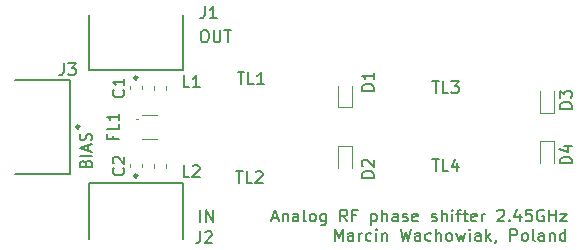
<source format=gbr>
%TF.GenerationSoftware,KiCad,Pcbnew,5.1.10-88a1d61d58~88~ubuntu18.04.1*%
%TF.CreationDate,2021-09-27T17:27:05+02:00*%
%TF.ProjectId,rf_phase_shifter_2_45GHz,72665f70-6861-4736-955f-736869667465,1.0.0*%
%TF.SameCoordinates,Original*%
%TF.FileFunction,Legend,Top*%
%TF.FilePolarity,Positive*%
%FSLAX46Y46*%
G04 Gerber Fmt 4.6, Leading zero omitted, Abs format (unit mm)*
G04 Created by KiCad (PCBNEW 5.1.10-88a1d61d58~88~ubuntu18.04.1) date 2021-09-27 17:27:05*
%MOMM*%
%LPD*%
G01*
G04 APERTURE LIST*
%ADD10C,0.150000*%
%ADD11C,0.120000*%
%ADD12C,0.100000*%
%ADD13C,0.250000*%
G04 APERTURE END LIST*
D10*
X95965261Y-66651666D02*
X96441452Y-66651666D01*
X95870023Y-66937380D02*
X96203357Y-65937380D01*
X96536690Y-66937380D01*
X96870023Y-66270714D02*
X96870023Y-66937380D01*
X96870023Y-66365952D02*
X96917642Y-66318333D01*
X97012880Y-66270714D01*
X97155738Y-66270714D01*
X97250976Y-66318333D01*
X97298595Y-66413571D01*
X97298595Y-66937380D01*
X98203357Y-66937380D02*
X98203357Y-66413571D01*
X98155738Y-66318333D01*
X98060499Y-66270714D01*
X97870023Y-66270714D01*
X97774785Y-66318333D01*
X98203357Y-66889761D02*
X98108119Y-66937380D01*
X97870023Y-66937380D01*
X97774785Y-66889761D01*
X97727166Y-66794523D01*
X97727166Y-66699285D01*
X97774785Y-66604047D01*
X97870023Y-66556428D01*
X98108119Y-66556428D01*
X98203357Y-66508809D01*
X98822404Y-66937380D02*
X98727166Y-66889761D01*
X98679547Y-66794523D01*
X98679547Y-65937380D01*
X99346214Y-66937380D02*
X99250976Y-66889761D01*
X99203357Y-66842142D01*
X99155738Y-66746904D01*
X99155738Y-66461190D01*
X99203357Y-66365952D01*
X99250976Y-66318333D01*
X99346214Y-66270714D01*
X99489071Y-66270714D01*
X99584309Y-66318333D01*
X99631928Y-66365952D01*
X99679547Y-66461190D01*
X99679547Y-66746904D01*
X99631928Y-66842142D01*
X99584309Y-66889761D01*
X99489071Y-66937380D01*
X99346214Y-66937380D01*
X100536690Y-66270714D02*
X100536690Y-67080238D01*
X100489071Y-67175476D01*
X100441452Y-67223095D01*
X100346214Y-67270714D01*
X100203357Y-67270714D01*
X100108119Y-67223095D01*
X100536690Y-66889761D02*
X100441452Y-66937380D01*
X100250976Y-66937380D01*
X100155738Y-66889761D01*
X100108119Y-66842142D01*
X100060499Y-66746904D01*
X100060499Y-66461190D01*
X100108119Y-66365952D01*
X100155738Y-66318333D01*
X100250976Y-66270714D01*
X100441452Y-66270714D01*
X100536690Y-66318333D01*
X102346214Y-66937380D02*
X102012880Y-66461190D01*
X101774785Y-66937380D02*
X101774785Y-65937380D01*
X102155738Y-65937380D01*
X102250976Y-65985000D01*
X102298595Y-66032619D01*
X102346214Y-66127857D01*
X102346214Y-66270714D01*
X102298595Y-66365952D01*
X102250976Y-66413571D01*
X102155738Y-66461190D01*
X101774785Y-66461190D01*
X103108119Y-66413571D02*
X102774785Y-66413571D01*
X102774785Y-66937380D02*
X102774785Y-65937380D01*
X103250976Y-65937380D01*
X104393833Y-66270714D02*
X104393833Y-67270714D01*
X104393833Y-66318333D02*
X104489071Y-66270714D01*
X104679547Y-66270714D01*
X104774785Y-66318333D01*
X104822404Y-66365952D01*
X104870023Y-66461190D01*
X104870023Y-66746904D01*
X104822404Y-66842142D01*
X104774785Y-66889761D01*
X104679547Y-66937380D01*
X104489071Y-66937380D01*
X104393833Y-66889761D01*
X105298595Y-66937380D02*
X105298595Y-65937380D01*
X105727166Y-66937380D02*
X105727166Y-66413571D01*
X105679547Y-66318333D01*
X105584309Y-66270714D01*
X105441452Y-66270714D01*
X105346214Y-66318333D01*
X105298595Y-66365952D01*
X106631928Y-66937380D02*
X106631928Y-66413571D01*
X106584309Y-66318333D01*
X106489071Y-66270714D01*
X106298595Y-66270714D01*
X106203357Y-66318333D01*
X106631928Y-66889761D02*
X106536690Y-66937380D01*
X106298595Y-66937380D01*
X106203357Y-66889761D01*
X106155738Y-66794523D01*
X106155738Y-66699285D01*
X106203357Y-66604047D01*
X106298595Y-66556428D01*
X106536690Y-66556428D01*
X106631928Y-66508809D01*
X107060499Y-66889761D02*
X107155738Y-66937380D01*
X107346214Y-66937380D01*
X107441452Y-66889761D01*
X107489071Y-66794523D01*
X107489071Y-66746904D01*
X107441452Y-66651666D01*
X107346214Y-66604047D01*
X107203357Y-66604047D01*
X107108119Y-66556428D01*
X107060499Y-66461190D01*
X107060499Y-66413571D01*
X107108119Y-66318333D01*
X107203357Y-66270714D01*
X107346214Y-66270714D01*
X107441452Y-66318333D01*
X108298595Y-66889761D02*
X108203357Y-66937380D01*
X108012880Y-66937380D01*
X107917642Y-66889761D01*
X107870023Y-66794523D01*
X107870023Y-66413571D01*
X107917642Y-66318333D01*
X108012880Y-66270714D01*
X108203357Y-66270714D01*
X108298595Y-66318333D01*
X108346214Y-66413571D01*
X108346214Y-66508809D01*
X107870023Y-66604047D01*
X109489071Y-66889761D02*
X109584309Y-66937380D01*
X109774785Y-66937380D01*
X109870023Y-66889761D01*
X109917642Y-66794523D01*
X109917642Y-66746904D01*
X109870023Y-66651666D01*
X109774785Y-66604047D01*
X109631928Y-66604047D01*
X109536690Y-66556428D01*
X109489071Y-66461190D01*
X109489071Y-66413571D01*
X109536690Y-66318333D01*
X109631928Y-66270714D01*
X109774785Y-66270714D01*
X109870023Y-66318333D01*
X110346214Y-66937380D02*
X110346214Y-65937380D01*
X110774785Y-66937380D02*
X110774785Y-66413571D01*
X110727166Y-66318333D01*
X110631928Y-66270714D01*
X110489071Y-66270714D01*
X110393833Y-66318333D01*
X110346214Y-66365952D01*
X111250976Y-66937380D02*
X111250976Y-66270714D01*
X111250976Y-65937380D02*
X111203357Y-65985000D01*
X111250976Y-66032619D01*
X111298595Y-65985000D01*
X111250976Y-65937380D01*
X111250976Y-66032619D01*
X111584309Y-66270714D02*
X111965261Y-66270714D01*
X111727166Y-66937380D02*
X111727166Y-66080238D01*
X111774785Y-65985000D01*
X111870023Y-65937380D01*
X111965261Y-65937380D01*
X112155738Y-66270714D02*
X112536690Y-66270714D01*
X112298595Y-65937380D02*
X112298595Y-66794523D01*
X112346214Y-66889761D01*
X112441452Y-66937380D01*
X112536690Y-66937380D01*
X113250976Y-66889761D02*
X113155738Y-66937380D01*
X112965261Y-66937380D01*
X112870023Y-66889761D01*
X112822404Y-66794523D01*
X112822404Y-66413571D01*
X112870023Y-66318333D01*
X112965261Y-66270714D01*
X113155738Y-66270714D01*
X113250976Y-66318333D01*
X113298595Y-66413571D01*
X113298595Y-66508809D01*
X112822404Y-66604047D01*
X113727166Y-66937380D02*
X113727166Y-66270714D01*
X113727166Y-66461190D02*
X113774785Y-66365952D01*
X113822404Y-66318333D01*
X113917642Y-66270714D01*
X114012880Y-66270714D01*
X115060499Y-66032619D02*
X115108119Y-65985000D01*
X115203357Y-65937380D01*
X115441452Y-65937380D01*
X115536690Y-65985000D01*
X115584309Y-66032619D01*
X115631928Y-66127857D01*
X115631928Y-66223095D01*
X115584309Y-66365952D01*
X115012880Y-66937380D01*
X115631928Y-66937380D01*
X116060499Y-66842142D02*
X116108119Y-66889761D01*
X116060499Y-66937380D01*
X116012880Y-66889761D01*
X116060499Y-66842142D01*
X116060499Y-66937380D01*
X116965261Y-66270714D02*
X116965261Y-66937380D01*
X116727166Y-65889761D02*
X116489071Y-66604047D01*
X117108119Y-66604047D01*
X117965261Y-65937380D02*
X117489071Y-65937380D01*
X117441452Y-66413571D01*
X117489071Y-66365952D01*
X117584309Y-66318333D01*
X117822404Y-66318333D01*
X117917642Y-66365952D01*
X117965261Y-66413571D01*
X118012880Y-66508809D01*
X118012880Y-66746904D01*
X117965261Y-66842142D01*
X117917642Y-66889761D01*
X117822404Y-66937380D01*
X117584309Y-66937380D01*
X117489071Y-66889761D01*
X117441452Y-66842142D01*
X118965261Y-65985000D02*
X118870023Y-65937380D01*
X118727166Y-65937380D01*
X118584309Y-65985000D01*
X118489071Y-66080238D01*
X118441452Y-66175476D01*
X118393833Y-66365952D01*
X118393833Y-66508809D01*
X118441452Y-66699285D01*
X118489071Y-66794523D01*
X118584309Y-66889761D01*
X118727166Y-66937380D01*
X118822404Y-66937380D01*
X118965261Y-66889761D01*
X119012880Y-66842142D01*
X119012880Y-66508809D01*
X118822404Y-66508809D01*
X119441452Y-66937380D02*
X119441452Y-65937380D01*
X119441452Y-66413571D02*
X120012880Y-66413571D01*
X120012880Y-66937380D02*
X120012880Y-65937380D01*
X120393833Y-66270714D02*
X120917642Y-66270714D01*
X120393833Y-66937380D01*
X120917642Y-66937380D01*
X101298595Y-68587380D02*
X101298595Y-67587380D01*
X101631928Y-68301666D01*
X101965261Y-67587380D01*
X101965261Y-68587380D01*
X102870023Y-68587380D02*
X102870023Y-68063571D01*
X102822404Y-67968333D01*
X102727166Y-67920714D01*
X102536690Y-67920714D01*
X102441452Y-67968333D01*
X102870023Y-68539761D02*
X102774785Y-68587380D01*
X102536690Y-68587380D01*
X102441452Y-68539761D01*
X102393833Y-68444523D01*
X102393833Y-68349285D01*
X102441452Y-68254047D01*
X102536690Y-68206428D01*
X102774785Y-68206428D01*
X102870023Y-68158809D01*
X103346214Y-68587380D02*
X103346214Y-67920714D01*
X103346214Y-68111190D02*
X103393833Y-68015952D01*
X103441452Y-67968333D01*
X103536690Y-67920714D01*
X103631928Y-67920714D01*
X104393833Y-68539761D02*
X104298595Y-68587380D01*
X104108119Y-68587380D01*
X104012880Y-68539761D01*
X103965261Y-68492142D01*
X103917642Y-68396904D01*
X103917642Y-68111190D01*
X103965261Y-68015952D01*
X104012880Y-67968333D01*
X104108119Y-67920714D01*
X104298595Y-67920714D01*
X104393833Y-67968333D01*
X104822404Y-68587380D02*
X104822404Y-67920714D01*
X104822404Y-67587380D02*
X104774785Y-67635000D01*
X104822404Y-67682619D01*
X104870023Y-67635000D01*
X104822404Y-67587380D01*
X104822404Y-67682619D01*
X105298595Y-67920714D02*
X105298595Y-68587380D01*
X105298595Y-68015952D02*
X105346214Y-67968333D01*
X105441452Y-67920714D01*
X105584309Y-67920714D01*
X105679547Y-67968333D01*
X105727166Y-68063571D01*
X105727166Y-68587380D01*
X106870023Y-67587380D02*
X107108119Y-68587380D01*
X107298595Y-67873095D01*
X107489071Y-68587380D01*
X107727166Y-67587380D01*
X108536690Y-68587380D02*
X108536690Y-68063571D01*
X108489071Y-67968333D01*
X108393833Y-67920714D01*
X108203357Y-67920714D01*
X108108119Y-67968333D01*
X108536690Y-68539761D02*
X108441452Y-68587380D01*
X108203357Y-68587380D01*
X108108119Y-68539761D01*
X108060500Y-68444523D01*
X108060500Y-68349285D01*
X108108119Y-68254047D01*
X108203357Y-68206428D01*
X108441452Y-68206428D01*
X108536690Y-68158809D01*
X109441452Y-68539761D02*
X109346214Y-68587380D01*
X109155738Y-68587380D01*
X109060500Y-68539761D01*
X109012880Y-68492142D01*
X108965261Y-68396904D01*
X108965261Y-68111190D01*
X109012880Y-68015952D01*
X109060500Y-67968333D01*
X109155738Y-67920714D01*
X109346214Y-67920714D01*
X109441452Y-67968333D01*
X109870023Y-68587380D02*
X109870023Y-67587380D01*
X110298595Y-68587380D02*
X110298595Y-68063571D01*
X110250976Y-67968333D01*
X110155738Y-67920714D01*
X110012880Y-67920714D01*
X109917642Y-67968333D01*
X109870023Y-68015952D01*
X110917642Y-68587380D02*
X110822404Y-68539761D01*
X110774785Y-68492142D01*
X110727166Y-68396904D01*
X110727166Y-68111190D01*
X110774785Y-68015952D01*
X110822404Y-67968333D01*
X110917642Y-67920714D01*
X111060500Y-67920714D01*
X111155738Y-67968333D01*
X111203357Y-68015952D01*
X111250976Y-68111190D01*
X111250976Y-68396904D01*
X111203357Y-68492142D01*
X111155738Y-68539761D01*
X111060500Y-68587380D01*
X110917642Y-68587380D01*
X111584309Y-67920714D02*
X111774785Y-68587380D01*
X111965261Y-68111190D01*
X112155738Y-68587380D01*
X112346214Y-67920714D01*
X112727166Y-68587380D02*
X112727166Y-67920714D01*
X112727166Y-67587380D02*
X112679547Y-67635000D01*
X112727166Y-67682619D01*
X112774785Y-67635000D01*
X112727166Y-67587380D01*
X112727166Y-67682619D01*
X113631928Y-68587380D02*
X113631928Y-68063571D01*
X113584309Y-67968333D01*
X113489071Y-67920714D01*
X113298595Y-67920714D01*
X113203357Y-67968333D01*
X113631928Y-68539761D02*
X113536690Y-68587380D01*
X113298595Y-68587380D01*
X113203357Y-68539761D01*
X113155738Y-68444523D01*
X113155738Y-68349285D01*
X113203357Y-68254047D01*
X113298595Y-68206428D01*
X113536690Y-68206428D01*
X113631928Y-68158809D01*
X114108119Y-68587380D02*
X114108119Y-67587380D01*
X114203357Y-68206428D02*
X114489071Y-68587380D01*
X114489071Y-67920714D02*
X114108119Y-68301666D01*
X114965261Y-68539761D02*
X114965261Y-68587380D01*
X114917642Y-68682619D01*
X114870023Y-68730238D01*
X116155738Y-68587380D02*
X116155738Y-67587380D01*
X116536690Y-67587380D01*
X116631928Y-67635000D01*
X116679547Y-67682619D01*
X116727166Y-67777857D01*
X116727166Y-67920714D01*
X116679547Y-68015952D01*
X116631928Y-68063571D01*
X116536690Y-68111190D01*
X116155738Y-68111190D01*
X117298595Y-68587380D02*
X117203357Y-68539761D01*
X117155738Y-68492142D01*
X117108119Y-68396904D01*
X117108119Y-68111190D01*
X117155738Y-68015952D01*
X117203357Y-67968333D01*
X117298595Y-67920714D01*
X117441452Y-67920714D01*
X117536690Y-67968333D01*
X117584309Y-68015952D01*
X117631928Y-68111190D01*
X117631928Y-68396904D01*
X117584309Y-68492142D01*
X117536690Y-68539761D01*
X117441452Y-68587380D01*
X117298595Y-68587380D01*
X118203357Y-68587380D02*
X118108119Y-68539761D01*
X118060500Y-68444523D01*
X118060500Y-67587380D01*
X119012880Y-68587380D02*
X119012880Y-68063571D01*
X118965261Y-67968333D01*
X118870023Y-67920714D01*
X118679547Y-67920714D01*
X118584309Y-67968333D01*
X119012880Y-68539761D02*
X118917642Y-68587380D01*
X118679547Y-68587380D01*
X118584309Y-68539761D01*
X118536690Y-68444523D01*
X118536690Y-68349285D01*
X118584309Y-68254047D01*
X118679547Y-68206428D01*
X118917642Y-68206428D01*
X119012880Y-68158809D01*
X119489071Y-67920714D02*
X119489071Y-68587380D01*
X119489071Y-68015952D02*
X119536690Y-67968333D01*
X119631928Y-67920714D01*
X119774785Y-67920714D01*
X119870023Y-67968333D01*
X119917642Y-68063571D01*
X119917642Y-68587380D01*
X120822404Y-68587380D02*
X120822404Y-67587380D01*
X120822404Y-68539761D02*
X120727166Y-68587380D01*
X120536690Y-68587380D01*
X120441452Y-68539761D01*
X120393833Y-68492142D01*
X120346214Y-68396904D01*
X120346214Y-68111190D01*
X120393833Y-68015952D01*
X120441452Y-67968333D01*
X120536690Y-67920714D01*
X120727166Y-67920714D01*
X120822404Y-67968333D01*
X80192571Y-62031428D02*
X80240190Y-61888571D01*
X80287809Y-61840952D01*
X80383047Y-61793333D01*
X80525904Y-61793333D01*
X80621142Y-61840952D01*
X80668761Y-61888571D01*
X80716380Y-61983809D01*
X80716380Y-62364761D01*
X79716380Y-62364761D01*
X79716380Y-62031428D01*
X79764000Y-61936190D01*
X79811619Y-61888571D01*
X79906857Y-61840952D01*
X80002095Y-61840952D01*
X80097333Y-61888571D01*
X80144952Y-61936190D01*
X80192571Y-62031428D01*
X80192571Y-62364761D01*
X80716380Y-61364761D02*
X79716380Y-61364761D01*
X80430666Y-60936190D02*
X80430666Y-60460000D01*
X80716380Y-61031428D02*
X79716380Y-60698095D01*
X80716380Y-60364761D01*
X80668761Y-60079047D02*
X80716380Y-59936190D01*
X80716380Y-59698095D01*
X80668761Y-59602857D01*
X80621142Y-59555238D01*
X80525904Y-59507619D01*
X80430666Y-59507619D01*
X80335428Y-59555238D01*
X80287809Y-59602857D01*
X80240190Y-59698095D01*
X80192571Y-59888571D01*
X80144952Y-59983809D01*
X80097333Y-60031428D01*
X80002095Y-60079047D01*
X79906857Y-60079047D01*
X79811619Y-60031428D01*
X79764000Y-59983809D01*
X79716380Y-59888571D01*
X79716380Y-59650476D01*
X79764000Y-59507619D01*
X90186000Y-50760380D02*
X90376476Y-50760380D01*
X90471714Y-50808000D01*
X90566952Y-50903238D01*
X90614571Y-51093714D01*
X90614571Y-51427047D01*
X90566952Y-51617523D01*
X90471714Y-51712761D01*
X90376476Y-51760380D01*
X90186000Y-51760380D01*
X90090761Y-51712761D01*
X89995523Y-51617523D01*
X89947904Y-51427047D01*
X89947904Y-51093714D01*
X89995523Y-50903238D01*
X90090761Y-50808000D01*
X90186000Y-50760380D01*
X91043142Y-50760380D02*
X91043142Y-51569904D01*
X91090761Y-51665142D01*
X91138380Y-51712761D01*
X91233619Y-51760380D01*
X91424095Y-51760380D01*
X91519333Y-51712761D01*
X91566952Y-51665142D01*
X91614571Y-51569904D01*
X91614571Y-50760380D01*
X91947904Y-50760380D02*
X92519333Y-50760380D01*
X92233619Y-51760380D02*
X92233619Y-50760380D01*
X89900190Y-67000380D02*
X89900190Y-66000380D01*
X90376380Y-67000380D02*
X90376380Y-66000380D01*
X90947809Y-67000380D01*
X90947809Y-66000380D01*
D11*
%TO.C,D4*%
X119827600Y-60127500D02*
X118627600Y-60127500D01*
X119827600Y-61977500D02*
X119827600Y-60127500D01*
X118627600Y-61977500D02*
X118627600Y-60127500D01*
D12*
%TO.C,FL1*%
X84498000Y-58278000D02*
X84498000Y-58278000D01*
X84598000Y-58278000D02*
X84598000Y-58278000D01*
X84973000Y-59928000D02*
X86223000Y-59928000D01*
X84973000Y-57928000D02*
X86223000Y-57928000D01*
X84498000Y-58278000D02*
G75*
G02*
X84598000Y-58278000I50000J0D01*
G01*
X84598000Y-58278000D02*
G75*
G02*
X84498000Y-58278000I-50000J0D01*
G01*
D10*
%TO.C,J3*%
X74207000Y-54928000D02*
X78907000Y-54928000D01*
X78907000Y-62928000D02*
X78907000Y-54928000D01*
X74207000Y-62928000D02*
X78907000Y-62928000D01*
D13*
X79667000Y-58928000D02*
G75*
G03*
X79667000Y-58928000I-125000J0D01*
G01*
D10*
%TO.C,J2*%
X80455000Y-68414000D02*
X80455000Y-63714000D01*
X88455000Y-63714000D02*
X80455000Y-63714000D01*
X88455000Y-68414000D02*
X88455000Y-63714000D01*
D13*
X84580000Y-63079000D02*
G75*
G03*
X84580000Y-63079000I-125000J0D01*
G01*
D10*
%TO.C,J1*%
X88455000Y-49442000D02*
X88455000Y-54142000D01*
X80455000Y-54142000D02*
X88455000Y-54142000D01*
X80455000Y-49442000D02*
X80455000Y-54142000D01*
D13*
X84580000Y-54777000D02*
G75*
G03*
X84580000Y-54777000I-125000J0D01*
G01*
D11*
%TO.C,L2*%
X85977000Y-62392779D02*
X85977000Y-62067221D01*
X86997000Y-62392779D02*
X86997000Y-62067221D01*
%TO.C,L1*%
X86997000Y-55463221D02*
X86997000Y-55788779D01*
X85977000Y-55463221D02*
X85977000Y-55788779D01*
%TO.C,D3*%
X118627600Y-57728500D02*
X119827600Y-57728500D01*
X118627600Y-55878500D02*
X118627600Y-57728500D01*
X119827600Y-55878500D02*
X119827600Y-57728500D01*
%TO.C,D2*%
X101558800Y-62422000D02*
X101558800Y-60572000D01*
X102758800Y-62422000D02*
X102758800Y-60572000D01*
X102758800Y-60572000D02*
X101558800Y-60572000D01*
%TO.C,D1*%
X102771500Y-55434000D02*
X102771500Y-57284000D01*
X101571500Y-55434000D02*
X101571500Y-57284000D01*
X101571500Y-57284000D02*
X102771500Y-57284000D01*
%TO.C,C2*%
X83945000Y-62370580D02*
X83945000Y-62089420D01*
X84965000Y-62370580D02*
X84965000Y-62089420D01*
%TO.C,C1*%
X83945000Y-55766580D02*
X83945000Y-55485420D01*
X84965000Y-55766580D02*
X84965000Y-55485420D01*
%TO.C,D4*%
D10*
X121356380Y-62015595D02*
X120356380Y-62015595D01*
X120356380Y-61777500D01*
X120404000Y-61634642D01*
X120499238Y-61539404D01*
X120594476Y-61491785D01*
X120784952Y-61444166D01*
X120927809Y-61444166D01*
X121118285Y-61491785D01*
X121213523Y-61539404D01*
X121308761Y-61634642D01*
X121356380Y-61777500D01*
X121356380Y-62015595D01*
X120689714Y-60587023D02*
X121356380Y-60587023D01*
X120308761Y-60825119D02*
X121023047Y-61063214D01*
X121023047Y-60444166D01*
%TO.C,TL4*%
X109540333Y-61682380D02*
X110111761Y-61682380D01*
X109826047Y-62682380D02*
X109826047Y-61682380D01*
X110921285Y-62682380D02*
X110445095Y-62682380D01*
X110445095Y-61682380D01*
X111683190Y-62015714D02*
X111683190Y-62682380D01*
X111445095Y-61634761D02*
X111207000Y-62349047D01*
X111826047Y-62349047D01*
%TO.C,TL3*%
X109540333Y-55078380D02*
X110111761Y-55078380D01*
X109826047Y-56078380D02*
X109826047Y-55078380D01*
X110921285Y-56078380D02*
X110445095Y-56078380D01*
X110445095Y-55078380D01*
X111159380Y-55078380D02*
X111778428Y-55078380D01*
X111445095Y-55459333D01*
X111587952Y-55459333D01*
X111683190Y-55506952D01*
X111730809Y-55554571D01*
X111778428Y-55649809D01*
X111778428Y-55887904D01*
X111730809Y-55983142D01*
X111683190Y-56030761D01*
X111587952Y-56078380D01*
X111302238Y-56078380D01*
X111207000Y-56030761D01*
X111159380Y-55983142D01*
%TO.C,TL2*%
X92940333Y-62698380D02*
X93511761Y-62698380D01*
X93226047Y-63698380D02*
X93226047Y-62698380D01*
X94321285Y-63698380D02*
X93845095Y-63698380D01*
X93845095Y-62698380D01*
X94607000Y-62793619D02*
X94654619Y-62746000D01*
X94749857Y-62698380D01*
X94987952Y-62698380D01*
X95083190Y-62746000D01*
X95130809Y-62793619D01*
X95178428Y-62888857D01*
X95178428Y-62984095D01*
X95130809Y-63126952D01*
X94559380Y-63698380D01*
X95178428Y-63698380D01*
%TO.C,TL1*%
X93067333Y-54316380D02*
X93638761Y-54316380D01*
X93353047Y-55316380D02*
X93353047Y-54316380D01*
X94448285Y-55316380D02*
X93972095Y-55316380D01*
X93972095Y-54316380D01*
X95305428Y-55316380D02*
X94734000Y-55316380D01*
X95019714Y-55316380D02*
X95019714Y-54316380D01*
X94924476Y-54459238D01*
X94829238Y-54554476D01*
X94734000Y-54602095D01*
%TO.C,FL1*%
X82478571Y-59666095D02*
X82478571Y-59999428D01*
X83002380Y-59999428D02*
X82002380Y-59999428D01*
X82002380Y-59523238D01*
X83002380Y-58666095D02*
X83002380Y-59142285D01*
X82002380Y-59142285D01*
X83002380Y-57808952D02*
X83002380Y-58380380D01*
X83002380Y-58094666D02*
X82002380Y-58094666D01*
X82145238Y-58189904D01*
X82240476Y-58285142D01*
X82288095Y-58380380D01*
%TO.C,J3*%
X78345309Y-53554380D02*
X78345309Y-54268666D01*
X78297690Y-54411523D01*
X78202452Y-54506761D01*
X78059595Y-54554380D01*
X77964357Y-54554380D01*
X78726261Y-53554380D02*
X79345309Y-53554380D01*
X79011976Y-53935333D01*
X79154833Y-53935333D01*
X79250071Y-53982952D01*
X79297690Y-54030571D01*
X79345309Y-54125809D01*
X79345309Y-54363904D01*
X79297690Y-54459142D01*
X79250071Y-54506761D01*
X79154833Y-54554380D01*
X78869119Y-54554380D01*
X78773880Y-54506761D01*
X78726261Y-54459142D01*
%TO.C,J2*%
X89898023Y-67778380D02*
X89898023Y-68492666D01*
X89850404Y-68635523D01*
X89755166Y-68730761D01*
X89612309Y-68778380D01*
X89517071Y-68778380D01*
X90326595Y-67873619D02*
X90374214Y-67826000D01*
X90469452Y-67778380D01*
X90707547Y-67778380D01*
X90802785Y-67826000D01*
X90850404Y-67873619D01*
X90898023Y-67968857D01*
X90898023Y-68064095D01*
X90850404Y-68206952D01*
X90278976Y-68778380D01*
X90898023Y-68778380D01*
%TO.C,J1*%
X90283309Y-48728380D02*
X90283309Y-49442666D01*
X90235690Y-49585523D01*
X90140452Y-49680761D01*
X89997595Y-49728380D01*
X89902357Y-49728380D01*
X91283309Y-49728380D02*
X90711880Y-49728380D01*
X90997595Y-49728380D02*
X90997595Y-48728380D01*
X90902357Y-48871238D01*
X90807119Y-48966476D01*
X90711880Y-49014095D01*
%TO.C,L2*%
X88987333Y-63190380D02*
X88511142Y-63190380D01*
X88511142Y-62190380D01*
X89273047Y-62285619D02*
X89320666Y-62238000D01*
X89415904Y-62190380D01*
X89654000Y-62190380D01*
X89749238Y-62238000D01*
X89796857Y-62285619D01*
X89844476Y-62380857D01*
X89844476Y-62476095D01*
X89796857Y-62618952D01*
X89225428Y-63190380D01*
X89844476Y-63190380D01*
%TO.C,L1*%
X88987333Y-55570380D02*
X88511142Y-55570380D01*
X88511142Y-54570380D01*
X89844476Y-55570380D02*
X89273047Y-55570380D01*
X89558761Y-55570380D02*
X89558761Y-54570380D01*
X89463523Y-54713238D01*
X89368285Y-54808476D01*
X89273047Y-54856095D01*
%TO.C,D3*%
X121356380Y-57380095D02*
X120356380Y-57380095D01*
X120356380Y-57142000D01*
X120404000Y-56999142D01*
X120499238Y-56903904D01*
X120594476Y-56856285D01*
X120784952Y-56808666D01*
X120927809Y-56808666D01*
X121118285Y-56856285D01*
X121213523Y-56903904D01*
X121308761Y-56999142D01*
X121356380Y-57142000D01*
X121356380Y-57380095D01*
X120356380Y-56475333D02*
X120356380Y-55856285D01*
X120737333Y-56189619D01*
X120737333Y-56046761D01*
X120784952Y-55951523D01*
X120832571Y-55903904D01*
X120927809Y-55856285D01*
X121165904Y-55856285D01*
X121261142Y-55903904D01*
X121308761Y-55951523D01*
X121356380Y-56046761D01*
X121356380Y-56332476D01*
X121308761Y-56427714D01*
X121261142Y-56475333D01*
%TO.C,D2*%
X104592380Y-63222095D02*
X103592380Y-63222095D01*
X103592380Y-62984000D01*
X103640000Y-62841142D01*
X103735238Y-62745904D01*
X103830476Y-62698285D01*
X104020952Y-62650666D01*
X104163809Y-62650666D01*
X104354285Y-62698285D01*
X104449523Y-62745904D01*
X104544761Y-62841142D01*
X104592380Y-62984000D01*
X104592380Y-63222095D01*
X103687619Y-62269714D02*
X103640000Y-62222095D01*
X103592380Y-62126857D01*
X103592380Y-61888761D01*
X103640000Y-61793523D01*
X103687619Y-61745904D01*
X103782857Y-61698285D01*
X103878095Y-61698285D01*
X104020952Y-61745904D01*
X104592380Y-62317333D01*
X104592380Y-61698285D01*
%TO.C,D1*%
X104592380Y-55856095D02*
X103592380Y-55856095D01*
X103592380Y-55618000D01*
X103640000Y-55475142D01*
X103735238Y-55379904D01*
X103830476Y-55332285D01*
X104020952Y-55284666D01*
X104163809Y-55284666D01*
X104354285Y-55332285D01*
X104449523Y-55379904D01*
X104544761Y-55475142D01*
X104592380Y-55618000D01*
X104592380Y-55856095D01*
X104592380Y-54332285D02*
X104592380Y-54903714D01*
X104592380Y-54618000D02*
X103592380Y-54618000D01*
X103735238Y-54713238D01*
X103830476Y-54808476D01*
X103878095Y-54903714D01*
%TO.C,C2*%
X83382142Y-62396666D02*
X83429761Y-62444285D01*
X83477380Y-62587142D01*
X83477380Y-62682380D01*
X83429761Y-62825238D01*
X83334523Y-62920476D01*
X83239285Y-62968095D01*
X83048809Y-63015714D01*
X82905952Y-63015714D01*
X82715476Y-62968095D01*
X82620238Y-62920476D01*
X82525000Y-62825238D01*
X82477380Y-62682380D01*
X82477380Y-62587142D01*
X82525000Y-62444285D01*
X82572619Y-62396666D01*
X82572619Y-62015714D02*
X82525000Y-61968095D01*
X82477380Y-61872857D01*
X82477380Y-61634761D01*
X82525000Y-61539523D01*
X82572619Y-61491904D01*
X82667857Y-61444285D01*
X82763095Y-61444285D01*
X82905952Y-61491904D01*
X83477380Y-62063333D01*
X83477380Y-61444285D01*
%TO.C,C1*%
X83382142Y-55792666D02*
X83429761Y-55840285D01*
X83477380Y-55983142D01*
X83477380Y-56078380D01*
X83429761Y-56221238D01*
X83334523Y-56316476D01*
X83239285Y-56364095D01*
X83048809Y-56411714D01*
X82905952Y-56411714D01*
X82715476Y-56364095D01*
X82620238Y-56316476D01*
X82525000Y-56221238D01*
X82477380Y-56078380D01*
X82477380Y-55983142D01*
X82525000Y-55840285D01*
X82572619Y-55792666D01*
X83477380Y-54840285D02*
X83477380Y-55411714D01*
X83477380Y-55126000D02*
X82477380Y-55126000D01*
X82620238Y-55221238D01*
X82715476Y-55316476D01*
X82763095Y-55411714D01*
%TD*%
M02*

</source>
